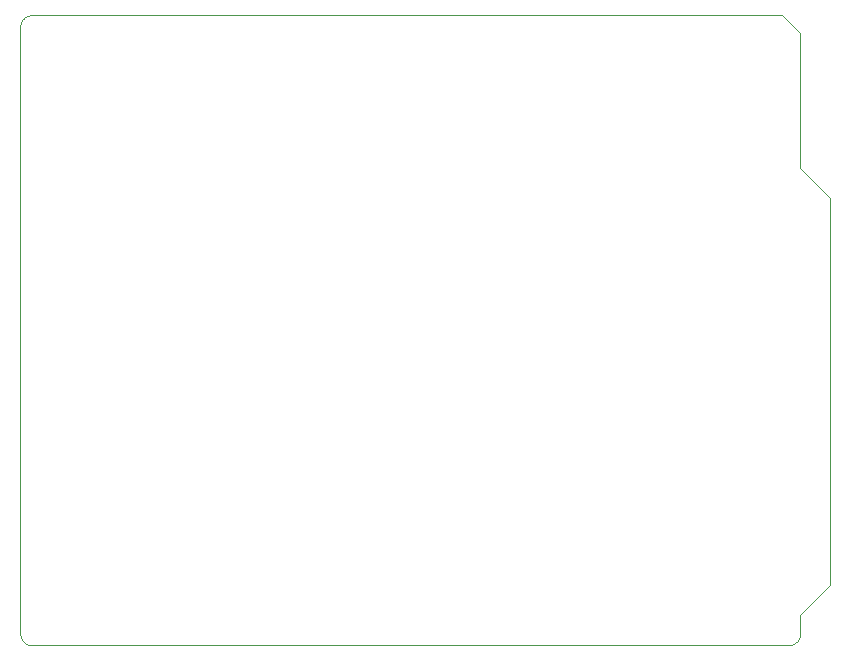
<source format=gbr>
G04 Generated by Ultiboard 14.1 *
%FSLAX34Y34*%
%MOMM*%

%ADD10C,0.0001*%
%ADD11C,0.0010*%


G04 ColorRGB 00FFFF for the following layer *
%LNBoard Outline*%
%LPD*%
G54D10*
G54D11*
X660400Y518160D02*
X660400Y403860D01*
X10000Y533400D02*
X645160Y533400D01*
X650400Y0D02*
X10000Y0D01*
X685800Y378460D02*
X685800Y50800D01*
X660400Y403860D02*
X685800Y378460D01*
X645160Y533400D02*
X660400Y518160D01*
X685800Y50800D02*
X660400Y25400D01*
X660400Y10000D01*
X0Y10000D02*
X0Y523400D01*
X0Y10000D02*
X38Y9128D01*
X152Y8263D01*
X341Y7412D01*
X603Y6580D01*
X937Y5774D01*
X1340Y5000D01*
X1809Y4264D01*
X2340Y3572D01*
X2929Y2929D01*
X3572Y2339D01*
X4265Y1808D01*
X5000Y1340D01*
X5774Y937D01*
X6580Y603D01*
X7412Y341D01*
X8264Y152D01*
X9129Y38D01*
X10000Y0D01*
X650400Y0D02*
X651272Y38D01*
X652137Y152D01*
X652988Y341D01*
X653820Y603D01*
X654626Y937D01*
X655400Y1340D01*
X656136Y1809D01*
X656828Y2340D01*
X657471Y2929D01*
X658061Y3572D01*
X658592Y4265D01*
X659060Y5000D01*
X659463Y5774D01*
X659797Y6580D01*
X660059Y7412D01*
X660248Y8264D01*
X660362Y9129D01*
X660400Y10000D01*
X10000Y533400D02*
X9128Y533362D01*
X8263Y533248D01*
X7412Y533059D01*
X6580Y532797D01*
X5774Y532463D01*
X5000Y532060D01*
X4264Y531591D01*
X3572Y531060D01*
X2929Y530471D01*
X2339Y529828D01*
X1808Y529135D01*
X1340Y528400D01*
X937Y527626D01*
X603Y526820D01*
X341Y525988D01*
X152Y525136D01*
X38Y524271D01*
X0Y523400D01*

M02*

</source>
